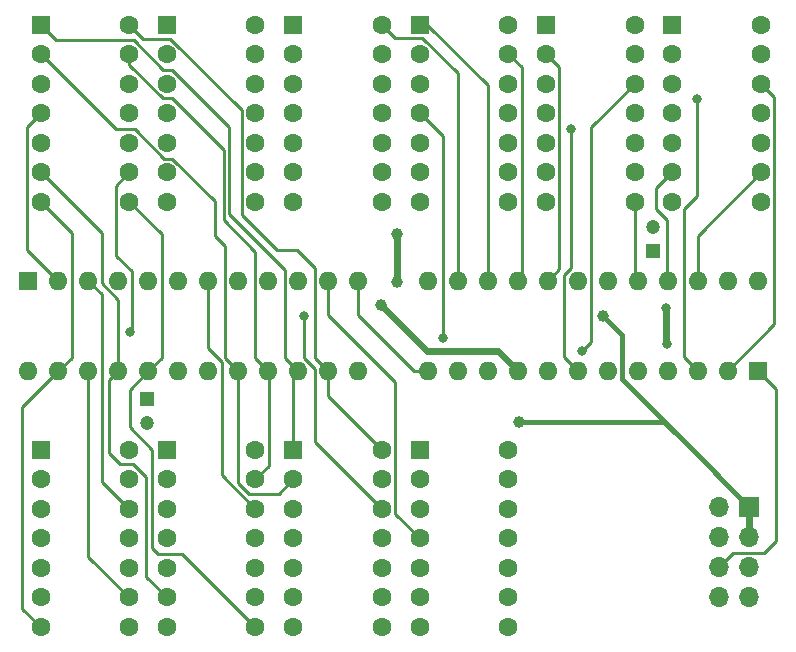
<source format=gbl>
G04 #@! TF.GenerationSoftware,KiCad,Pcbnew,7.0.5*
G04 #@! TF.CreationDate,2024-02-16T17:04:07-05:00*
G04 #@! TF.ProjectId,SoyuzLedBoard,536f7975-7a4c-4656-9442-6f6172642e6b,rev?*
G04 #@! TF.SameCoordinates,Original*
G04 #@! TF.FileFunction,Copper,L2,Bot*
G04 #@! TF.FilePolarity,Positive*
%FSLAX46Y46*%
G04 Gerber Fmt 4.6, Leading zero omitted, Abs format (unit mm)*
G04 Created by KiCad (PCBNEW 7.0.5) date 2024-02-16 17:04:07*
%MOMM*%
%LPD*%
G01*
G04 APERTURE LIST*
G04 #@! TA.AperFunction,ComponentPad*
%ADD10R,1.600000X1.600000*%
G04 #@! TD*
G04 #@! TA.AperFunction,ComponentPad*
%ADD11C,1.600000*%
G04 #@! TD*
G04 #@! TA.AperFunction,ComponentPad*
%ADD12O,1.600000X1.600000*%
G04 #@! TD*
G04 #@! TA.AperFunction,ComponentPad*
%ADD13R,1.200000X1.200000*%
G04 #@! TD*
G04 #@! TA.AperFunction,ComponentPad*
%ADD14C,1.200000*%
G04 #@! TD*
G04 #@! TA.AperFunction,ComponentPad*
%ADD15R,1.700000X1.700000*%
G04 #@! TD*
G04 #@! TA.AperFunction,ComponentPad*
%ADD16O,1.700000X1.700000*%
G04 #@! TD*
G04 #@! TA.AperFunction,ViaPad*
%ADD17C,1.000000*%
G04 #@! TD*
G04 #@! TA.AperFunction,ViaPad*
%ADD18C,0.800000*%
G04 #@! TD*
G04 #@! TA.AperFunction,Conductor*
%ADD19C,0.600000*%
G04 #@! TD*
G04 #@! TA.AperFunction,Conductor*
%ADD20C,0.400000*%
G04 #@! TD*
G04 #@! TA.AperFunction,Conductor*
%ADD21C,0.250000*%
G04 #@! TD*
G04 APERTURE END LIST*
D10*
X120750000Y-28400000D03*
D11*
X120750000Y-30900000D03*
X120750000Y-33400000D03*
X120750000Y-35900000D03*
X120750000Y-38400000D03*
X120750000Y-40900000D03*
X120750000Y-43400000D03*
X128250000Y-43400000D03*
X128250000Y-40900000D03*
X128250000Y-38400000D03*
X128250000Y-35900000D03*
X128250000Y-33400000D03*
X128250000Y-30900000D03*
X128250000Y-28400000D03*
D10*
X110050000Y-28400000D03*
D11*
X110050000Y-30900000D03*
X110050000Y-33400000D03*
X110050000Y-35900000D03*
X110050000Y-38400000D03*
X110050000Y-40900000D03*
X110050000Y-43400000D03*
X117550000Y-43400000D03*
X117550000Y-40900000D03*
X117550000Y-38400000D03*
X117550000Y-35900000D03*
X117550000Y-33400000D03*
X117550000Y-30900000D03*
X117550000Y-28400000D03*
D10*
X99350000Y-28400000D03*
D11*
X99350000Y-30900000D03*
X99350000Y-33400000D03*
X99350000Y-35900000D03*
X99350000Y-38400000D03*
X99350000Y-40900000D03*
X99350000Y-43400000D03*
X106850000Y-43400000D03*
X106850000Y-40900000D03*
X106850000Y-38400000D03*
X106850000Y-35900000D03*
X106850000Y-33400000D03*
X106850000Y-30900000D03*
X106850000Y-28400000D03*
D10*
X77950000Y-64400000D03*
D11*
X77950000Y-66900000D03*
X77950000Y-69400000D03*
X77950000Y-71900000D03*
X77950000Y-74400000D03*
X77950000Y-76900000D03*
X77950000Y-79400000D03*
X85450000Y-79400000D03*
X85450000Y-76900000D03*
X85450000Y-74400000D03*
X85450000Y-71900000D03*
X85450000Y-69400000D03*
X85450000Y-66900000D03*
X85450000Y-64400000D03*
D10*
X99350000Y-64400000D03*
D11*
X99350000Y-66900000D03*
X99350000Y-69400000D03*
X99350000Y-71900000D03*
X99350000Y-74400000D03*
X99350000Y-76900000D03*
X99350000Y-79400000D03*
X106850000Y-79400000D03*
X106850000Y-76900000D03*
X106850000Y-74400000D03*
X106850000Y-71900000D03*
X106850000Y-69400000D03*
X106850000Y-66900000D03*
X106850000Y-64400000D03*
D10*
X67250000Y-64400000D03*
D11*
X67250000Y-66900000D03*
X67250000Y-69400000D03*
X67250000Y-71900000D03*
X67250000Y-74400000D03*
X67250000Y-76900000D03*
X67250000Y-79400000D03*
X74750000Y-79400000D03*
X74750000Y-76900000D03*
X74750000Y-74400000D03*
X74750000Y-71900000D03*
X74750000Y-69400000D03*
X74750000Y-66900000D03*
X74750000Y-64400000D03*
D10*
X88650000Y-64400000D03*
D11*
X88650000Y-66900000D03*
X88650000Y-69400000D03*
X88650000Y-71900000D03*
X88650000Y-74400000D03*
X88650000Y-76900000D03*
X88650000Y-79400000D03*
X96150000Y-79400000D03*
X96150000Y-76900000D03*
X96150000Y-74400000D03*
X96150000Y-71900000D03*
X96150000Y-69400000D03*
X96150000Y-66900000D03*
X96150000Y-64400000D03*
D10*
X77950000Y-28400000D03*
D11*
X77950000Y-30900000D03*
X77950000Y-33400000D03*
X77950000Y-35900000D03*
X77950000Y-38400000D03*
X77950000Y-40900000D03*
X77950000Y-43400000D03*
X85450000Y-43400000D03*
X85450000Y-40900000D03*
X85450000Y-38400000D03*
X85450000Y-35900000D03*
X85450000Y-33400000D03*
X85450000Y-30900000D03*
X85450000Y-28400000D03*
D10*
X88650000Y-28400000D03*
D11*
X88650000Y-30900000D03*
X88650000Y-33400000D03*
X88650000Y-35900000D03*
X88650000Y-38400000D03*
X88650000Y-40900000D03*
X88650000Y-43400000D03*
X96150000Y-43400000D03*
X96150000Y-40900000D03*
X96150000Y-38400000D03*
X96150000Y-35900000D03*
X96150000Y-33400000D03*
X96150000Y-30900000D03*
X96150000Y-28400000D03*
D10*
X67250000Y-28400000D03*
D11*
X67250000Y-30900000D03*
X67250000Y-33400000D03*
X67250000Y-35900000D03*
X67250000Y-38400000D03*
X67250000Y-40900000D03*
X67250000Y-43400000D03*
X74750000Y-43400000D03*
X74750000Y-40900000D03*
X74750000Y-38400000D03*
X74750000Y-35900000D03*
X74750000Y-33400000D03*
X74750000Y-30900000D03*
X74750000Y-28400000D03*
D10*
X66225000Y-50100000D03*
D12*
X68765000Y-50100000D03*
X71305000Y-50100000D03*
X73845000Y-50100000D03*
X76385000Y-50100000D03*
X78925000Y-50100000D03*
X81465000Y-50100000D03*
X84005000Y-50100000D03*
X86545000Y-50100000D03*
X89085000Y-50100000D03*
X91625000Y-50100000D03*
X94165000Y-50100000D03*
X94165000Y-57720000D03*
X91625000Y-57720000D03*
X89085000Y-57720000D03*
X86545000Y-57720000D03*
X84005000Y-57720000D03*
X81465000Y-57720000D03*
X78925000Y-57720000D03*
X76385000Y-57720000D03*
X73845000Y-57720000D03*
X71305000Y-57720000D03*
X68765000Y-57720000D03*
X66225000Y-57720000D03*
D13*
X119100000Y-47572600D03*
D14*
X119100000Y-45572600D03*
D15*
X127275000Y-69200000D03*
D16*
X124735000Y-69200000D03*
X127275000Y-71740000D03*
X124735000Y-71740000D03*
X127275000Y-74280000D03*
X124735000Y-74280000D03*
X127275000Y-76820000D03*
X124735000Y-76820000D03*
D10*
X127975000Y-57700000D03*
D12*
X125435000Y-57700000D03*
X122895000Y-57700000D03*
X120355000Y-57700000D03*
X117815000Y-57700000D03*
X115275000Y-57700000D03*
X112735000Y-57700000D03*
X110195000Y-57700000D03*
X107655000Y-57700000D03*
X105115000Y-57700000D03*
X102575000Y-57700000D03*
X100035000Y-57700000D03*
X100035000Y-50080000D03*
X102575000Y-50080000D03*
X105115000Y-50080000D03*
X107655000Y-50080000D03*
X110195000Y-50080000D03*
X112735000Y-50080000D03*
X115275000Y-50080000D03*
X117815000Y-50080000D03*
X120355000Y-50080000D03*
X122895000Y-50080000D03*
X125435000Y-50080000D03*
X127975000Y-50080000D03*
D13*
X76300000Y-60100000D03*
D14*
X76300000Y-62100000D03*
D17*
X97400000Y-46100000D03*
X97400000Y-50200000D03*
X96100000Y-52100000D03*
D18*
X101300000Y-54900000D03*
X74800000Y-54400000D03*
D17*
X107800000Y-62000000D03*
X114900000Y-53100000D03*
D18*
X120300000Y-55400000D03*
X120200000Y-52400000D03*
X113100000Y-56000000D03*
X112200000Y-37200000D03*
X122800000Y-34700000D03*
X89600000Y-53100000D03*
D19*
X97400000Y-46100000D02*
X97400000Y-50200000D01*
D20*
X107800000Y-62000000D02*
X120075000Y-62000000D01*
X120075000Y-62000000D02*
X121837500Y-63762500D01*
D19*
X100000000Y-56000000D02*
X96100000Y-52100000D01*
X105955000Y-56000000D02*
X100000000Y-56000000D01*
X107655000Y-57700000D02*
X105955000Y-56000000D01*
D21*
X101300000Y-54900000D02*
X101300000Y-37850000D01*
X101300000Y-37850000D02*
X99350000Y-35900000D01*
X111610000Y-49614009D02*
X111610000Y-56575000D01*
X111610000Y-56575000D02*
X112735000Y-57700000D01*
X112200000Y-37200000D02*
X112200000Y-49024009D01*
X112200000Y-49024009D02*
X111610000Y-49614009D01*
X87960000Y-56595000D02*
X89085000Y-57720000D01*
X87960000Y-49160000D02*
X87960000Y-56595000D01*
X83200000Y-44400000D02*
X87960000Y-49160000D01*
X83200000Y-37059009D02*
X83200000Y-44400000D01*
X77659009Y-32200000D02*
X78340991Y-32200000D01*
X75159009Y-29700000D02*
X77659009Y-32200000D01*
X78340991Y-32200000D02*
X83200000Y-37059009D01*
X68550000Y-29700000D02*
X75159009Y-29700000D01*
X67250000Y-28400000D02*
X68550000Y-29700000D01*
X88650000Y-64400000D02*
X88650000Y-58155000D01*
X88650000Y-58155000D02*
X89085000Y-57720000D01*
X67250000Y-30900000D02*
X73625000Y-37275000D01*
X84005000Y-67175496D02*
X84929504Y-68100000D01*
X82880000Y-47180000D02*
X82880000Y-56595000D01*
X84929504Y-68100000D02*
X87450000Y-68100000D01*
X73625000Y-37275000D02*
X75215991Y-37275000D01*
X84005000Y-57720000D02*
X84005000Y-67175496D01*
X87450000Y-68100000D02*
X88650000Y-66900000D01*
X75215991Y-37275000D02*
X77715991Y-39775000D01*
X82000000Y-43359009D02*
X82000000Y-46300000D01*
X82000000Y-46300000D02*
X82880000Y-47180000D01*
X78415991Y-39775000D02*
X82000000Y-43359009D01*
X82880000Y-56595000D02*
X84005000Y-57720000D01*
X77715991Y-39775000D02*
X78415991Y-39775000D01*
X65700000Y-77850000D02*
X67250000Y-79400000D01*
X65700000Y-60785000D02*
X65700000Y-77850000D01*
X69890000Y-56595000D02*
X68765000Y-57720000D01*
X68765000Y-57720000D02*
X65700000Y-60785000D01*
X69890000Y-46040000D02*
X69890000Y-56595000D01*
X67250000Y-43400000D02*
X69890000Y-46040000D01*
X77200000Y-73200000D02*
X79250000Y-73200000D01*
X74800000Y-62500000D02*
X76700000Y-64400000D01*
X79250000Y-73200000D02*
X85450000Y-79400000D01*
X74750000Y-43400000D02*
X77510000Y-46160000D01*
X77510000Y-46160000D02*
X77510000Y-56595000D01*
X76700000Y-72700000D02*
X77200000Y-73200000D01*
X77510000Y-56595000D02*
X76385000Y-57720000D01*
X74800000Y-59305000D02*
X74800000Y-62500000D01*
X76385000Y-57720000D02*
X74800000Y-59305000D01*
X76700000Y-64400000D02*
X76700000Y-72700000D01*
X73625000Y-47949009D02*
X74970000Y-49294009D01*
X74750000Y-40900000D02*
X73625000Y-42025000D01*
X71305000Y-57720000D02*
X71305000Y-73455000D01*
X74970000Y-54230000D02*
X74800000Y-54400000D01*
X74970000Y-49294009D02*
X74970000Y-54230000D01*
X73625000Y-42025000D02*
X73625000Y-47949009D01*
X71305000Y-73455000D02*
X74750000Y-76900000D01*
X78340991Y-34640991D02*
X77600000Y-34640991D01*
X77600000Y-34640991D02*
X74750000Y-31790991D01*
X86575000Y-57750000D02*
X86575000Y-65775000D01*
X82750000Y-39050000D02*
X78340991Y-34640991D01*
X86545000Y-57720000D02*
X85420000Y-56595000D01*
X85420000Y-47620000D02*
X82750000Y-44950000D01*
X86545000Y-57720000D02*
X86575000Y-57750000D01*
X74750000Y-31790991D02*
X74750000Y-30900000D01*
X82750000Y-44950000D02*
X82750000Y-39050000D01*
X85450000Y-66900000D02*
X86575000Y-65775000D01*
X85420000Y-56595000D02*
X85420000Y-47620000D01*
X91625000Y-57720000D02*
X91625000Y-59875000D01*
X90500000Y-49000000D02*
X90500000Y-56595000D01*
X87275991Y-47500000D02*
X89000000Y-47500000D01*
X84300000Y-44524009D02*
X87275991Y-47500000D01*
X74750000Y-28400000D02*
X75950000Y-29600000D01*
X90500000Y-56595000D02*
X91625000Y-57720000D01*
X75950000Y-29600000D02*
X78240991Y-29600000D01*
X78240991Y-29600000D02*
X84300000Y-35659009D01*
X89000000Y-47500000D02*
X90500000Y-49000000D01*
X84300000Y-35659009D02*
X84300000Y-44524009D01*
X91625000Y-59875000D02*
X96150000Y-64400000D01*
X98903630Y-57700000D02*
X94165000Y-52961370D01*
X100035000Y-57700000D02*
X98903630Y-57700000D01*
X94165000Y-52961370D02*
X94165000Y-50100000D01*
X73045001Y-64645001D02*
X74000000Y-65600000D01*
X75100000Y-65600000D02*
X76200000Y-66700000D01*
X73845000Y-51690991D02*
X72430000Y-50275991D01*
X73845000Y-57720000D02*
X73045001Y-58519999D01*
X73045001Y-58519999D02*
X73045001Y-64645001D01*
X72430000Y-50275991D02*
X72430000Y-46080000D01*
X76200000Y-75150000D02*
X77950000Y-76900000D01*
X76200000Y-66700000D02*
X76200000Y-75150000D01*
X67250000Y-40900000D02*
X72430000Y-46080000D01*
X74000000Y-65600000D02*
X75100000Y-65600000D01*
X73845000Y-57720000D02*
X73845000Y-51690991D01*
D20*
X127275000Y-69200000D02*
X121837500Y-63762500D01*
X121837500Y-63762500D02*
X116500000Y-58425000D01*
X116500000Y-54700000D02*
X114900000Y-53100000D01*
D19*
X127275000Y-71740000D02*
X127275000Y-69200000D01*
D20*
X116500000Y-58425000D02*
X116500000Y-54700000D01*
D19*
X120200000Y-52400000D02*
X120200000Y-55300000D01*
D20*
X120200000Y-55300000D02*
X120300000Y-55400000D01*
D21*
X129375000Y-34525000D02*
X128250000Y-33400000D01*
X129375000Y-53760000D02*
X129375000Y-34525000D01*
X125435000Y-57700000D02*
X129375000Y-53760000D01*
X113860000Y-37090000D02*
X117550000Y-33400000D01*
X113100000Y-56000000D02*
X113860000Y-55240000D01*
X113860000Y-55240000D02*
X113860000Y-37090000D01*
X122895000Y-57700000D02*
X121770000Y-56575000D01*
X121770000Y-56575000D02*
X121770000Y-43970991D01*
X122800000Y-42940991D02*
X122800000Y-34700000D01*
X121770000Y-43970991D02*
X122800000Y-42940991D01*
X66125000Y-37025000D02*
X67250000Y-35900000D01*
X68765000Y-50100000D02*
X66125000Y-47460000D01*
X66125000Y-47460000D02*
X66125000Y-37025000D01*
X91625000Y-50100000D02*
X91625000Y-53025000D01*
X97275000Y-69825000D02*
X99350000Y-71900000D01*
X97275000Y-58675000D02*
X97275000Y-69825000D01*
X91625000Y-53025000D02*
X97275000Y-58675000D01*
X90500000Y-57544009D02*
X89600000Y-56644009D01*
X96150000Y-69400000D02*
X90500000Y-63750000D01*
X89600000Y-56644009D02*
X89600000Y-53100000D01*
X90500000Y-63750000D02*
X90500000Y-57544009D01*
X81465000Y-55816396D02*
X81465000Y-50100000D01*
X82600000Y-56951396D02*
X81465000Y-55816396D01*
X85450000Y-69400000D02*
X82600000Y-66550000D01*
X82600000Y-66550000D02*
X82600000Y-56951396D01*
X71305000Y-50100000D02*
X72430000Y-51225000D01*
X72430000Y-67080000D02*
X74750000Y-69400000D01*
X72430000Y-51225000D02*
X72430000Y-67080000D01*
X128495000Y-73105000D02*
X125910000Y-73105000D01*
X129500000Y-72100000D02*
X128495000Y-73105000D01*
X125910000Y-73105000D02*
X124735000Y-74280000D01*
X129500000Y-59225000D02*
X129500000Y-72100000D01*
X127975000Y-57700000D02*
X129500000Y-59225000D01*
X105115000Y-33515000D02*
X100000000Y-28400000D01*
X105115000Y-50080000D02*
X105115000Y-33515000D01*
X100000000Y-28400000D02*
X99350000Y-28400000D01*
X111175000Y-49100000D02*
X111175000Y-32025000D01*
X110195000Y-50080000D02*
X111175000Y-49100000D01*
X111175000Y-32025000D02*
X110050000Y-30900000D01*
X117550000Y-49815000D02*
X117815000Y-50080000D01*
X117550000Y-43400000D02*
X117550000Y-49815000D01*
X122895000Y-46255000D02*
X128250000Y-40900000D01*
X122895000Y-50080000D02*
X122895000Y-46255000D01*
X107975000Y-32025000D02*
X106850000Y-30900000D01*
X107655000Y-50080000D02*
X107975000Y-49760000D01*
X107975000Y-49760000D02*
X107975000Y-32025000D01*
X99565991Y-29525000D02*
X97275000Y-29525000D01*
X102575000Y-50080000D02*
X102575000Y-32534009D01*
X102575000Y-32534009D02*
X99565991Y-29525000D01*
X97275000Y-29525000D02*
X96150000Y-28400000D01*
X120300000Y-44900000D02*
X119400000Y-44000000D01*
X120300000Y-50025000D02*
X120300000Y-44900000D01*
X120355000Y-50080000D02*
X120300000Y-50025000D01*
X119400000Y-42250000D02*
X120750000Y-40900000D01*
X119400000Y-44000000D02*
X119400000Y-42250000D01*
M02*

</source>
